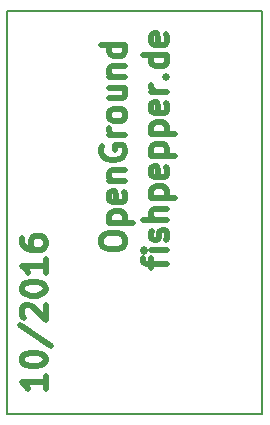
<source format=gto>
G04 (created by PCBNEW (2013-jul-07)-stable) date Mon 10 Oct 2016 08:48:14 PM CEST*
%MOIN*%
G04 Gerber Fmt 3.4, Leading zero omitted, Abs format*
%FSLAX34Y34*%
G01*
G70*
G90*
G04 APERTURE LIST*
%ADD10C,0.00590551*%
%ADD11C,0.02*%
G04 APERTURE END LIST*
G54D10*
G54D11*
X37023Y-29545D02*
X37023Y-30002D01*
X37023Y-29773D02*
X36223Y-29773D01*
X36338Y-29850D01*
X36414Y-29926D01*
X36452Y-30002D01*
X36223Y-29050D02*
X36223Y-28973D01*
X36261Y-28897D01*
X36300Y-28859D01*
X36376Y-28821D01*
X36528Y-28783D01*
X36719Y-28783D01*
X36871Y-28821D01*
X36947Y-28859D01*
X36985Y-28897D01*
X37023Y-28973D01*
X37023Y-29050D01*
X36985Y-29126D01*
X36947Y-29164D01*
X36871Y-29202D01*
X36719Y-29240D01*
X36528Y-29240D01*
X36376Y-29202D01*
X36300Y-29164D01*
X36261Y-29126D01*
X36223Y-29050D01*
X36185Y-27869D02*
X37214Y-28554D01*
X36300Y-27640D02*
X36261Y-27602D01*
X36223Y-27526D01*
X36223Y-27335D01*
X36261Y-27259D01*
X36300Y-27221D01*
X36376Y-27183D01*
X36452Y-27183D01*
X36566Y-27221D01*
X37023Y-27678D01*
X37023Y-27183D01*
X36223Y-26688D02*
X36223Y-26611D01*
X36261Y-26535D01*
X36300Y-26497D01*
X36376Y-26459D01*
X36528Y-26421D01*
X36719Y-26421D01*
X36871Y-26459D01*
X36947Y-26497D01*
X36985Y-26535D01*
X37023Y-26611D01*
X37023Y-26688D01*
X36985Y-26764D01*
X36947Y-26802D01*
X36871Y-26840D01*
X36719Y-26878D01*
X36528Y-26878D01*
X36376Y-26840D01*
X36300Y-26802D01*
X36261Y-26764D01*
X36223Y-26688D01*
X37023Y-25659D02*
X37023Y-26116D01*
X37023Y-25888D02*
X36223Y-25888D01*
X36338Y-25964D01*
X36414Y-26040D01*
X36452Y-26116D01*
X36223Y-24973D02*
X36223Y-25126D01*
X36261Y-25202D01*
X36300Y-25240D01*
X36414Y-25316D01*
X36566Y-25354D01*
X36871Y-25354D01*
X36947Y-25316D01*
X36985Y-25278D01*
X37023Y-25202D01*
X37023Y-25050D01*
X36985Y-24973D01*
X36947Y-24935D01*
X36871Y-24897D01*
X36680Y-24897D01*
X36604Y-24935D01*
X36566Y-24973D01*
X36528Y-25050D01*
X36528Y-25202D01*
X36566Y-25278D01*
X36604Y-25316D01*
X36680Y-25354D01*
X40540Y-25942D02*
X40540Y-25638D01*
X41073Y-25828D02*
X40388Y-25828D01*
X40311Y-25790D01*
X40273Y-25714D01*
X40273Y-25638D01*
X41073Y-25371D02*
X40540Y-25371D01*
X40273Y-25371D02*
X40311Y-25409D01*
X40350Y-25371D01*
X40311Y-25333D01*
X40273Y-25371D01*
X40350Y-25371D01*
X41035Y-25028D02*
X41073Y-24952D01*
X41073Y-24799D01*
X41035Y-24723D01*
X40959Y-24685D01*
X40921Y-24685D01*
X40845Y-24723D01*
X40807Y-24799D01*
X40807Y-24914D01*
X40769Y-24990D01*
X40692Y-25028D01*
X40654Y-25028D01*
X40578Y-24990D01*
X40540Y-24914D01*
X40540Y-24799D01*
X40578Y-24723D01*
X41073Y-24342D02*
X40273Y-24342D01*
X41073Y-23999D02*
X40654Y-23999D01*
X40578Y-24038D01*
X40540Y-24114D01*
X40540Y-24228D01*
X40578Y-24304D01*
X40616Y-24342D01*
X40540Y-23619D02*
X41340Y-23619D01*
X40578Y-23619D02*
X40540Y-23542D01*
X40540Y-23390D01*
X40578Y-23314D01*
X40616Y-23276D01*
X40692Y-23238D01*
X40921Y-23238D01*
X40997Y-23276D01*
X41035Y-23314D01*
X41073Y-23390D01*
X41073Y-23542D01*
X41035Y-23619D01*
X41035Y-22590D02*
X41073Y-22666D01*
X41073Y-22819D01*
X41035Y-22895D01*
X40959Y-22933D01*
X40654Y-22933D01*
X40578Y-22895D01*
X40540Y-22819D01*
X40540Y-22666D01*
X40578Y-22590D01*
X40654Y-22552D01*
X40730Y-22552D01*
X40807Y-22933D01*
X40540Y-22209D02*
X41340Y-22209D01*
X40578Y-22209D02*
X40540Y-22133D01*
X40540Y-21980D01*
X40578Y-21904D01*
X40616Y-21866D01*
X40692Y-21828D01*
X40921Y-21828D01*
X40997Y-21866D01*
X41035Y-21904D01*
X41073Y-21980D01*
X41073Y-22133D01*
X41035Y-22209D01*
X40540Y-21485D02*
X41340Y-21485D01*
X40578Y-21485D02*
X40540Y-21409D01*
X40540Y-21257D01*
X40578Y-21180D01*
X40616Y-21142D01*
X40692Y-21104D01*
X40921Y-21104D01*
X40997Y-21142D01*
X41035Y-21180D01*
X41073Y-21257D01*
X41073Y-21409D01*
X41035Y-21485D01*
X41035Y-20457D02*
X41073Y-20533D01*
X41073Y-20685D01*
X41035Y-20761D01*
X40959Y-20800D01*
X40654Y-20800D01*
X40578Y-20761D01*
X40540Y-20685D01*
X40540Y-20533D01*
X40578Y-20457D01*
X40654Y-20419D01*
X40730Y-20419D01*
X40807Y-20800D01*
X41073Y-20076D02*
X40540Y-20076D01*
X40692Y-20076D02*
X40616Y-20038D01*
X40578Y-20000D01*
X40540Y-19923D01*
X40540Y-19847D01*
X40997Y-19580D02*
X41035Y-19542D01*
X41073Y-19580D01*
X41035Y-19619D01*
X40997Y-19580D01*
X41073Y-19580D01*
X41073Y-18857D02*
X40273Y-18857D01*
X41035Y-18857D02*
X41073Y-18933D01*
X41073Y-19085D01*
X41035Y-19161D01*
X40997Y-19200D01*
X40921Y-19238D01*
X40692Y-19238D01*
X40616Y-19200D01*
X40578Y-19161D01*
X40540Y-19085D01*
X40540Y-18933D01*
X40578Y-18857D01*
X41035Y-18171D02*
X41073Y-18247D01*
X41073Y-18400D01*
X41035Y-18476D01*
X40959Y-18514D01*
X40654Y-18514D01*
X40578Y-18476D01*
X40540Y-18400D01*
X40540Y-18247D01*
X40578Y-18171D01*
X40654Y-18133D01*
X40730Y-18133D01*
X40807Y-18514D01*
X38873Y-25138D02*
X38873Y-24985D01*
X38911Y-24909D01*
X38988Y-24833D01*
X39140Y-24795D01*
X39407Y-24795D01*
X39559Y-24833D01*
X39635Y-24909D01*
X39673Y-24985D01*
X39673Y-25138D01*
X39635Y-25214D01*
X39559Y-25290D01*
X39407Y-25328D01*
X39140Y-25328D01*
X38988Y-25290D01*
X38911Y-25214D01*
X38873Y-25138D01*
X39140Y-24452D02*
X39940Y-24452D01*
X39178Y-24452D02*
X39140Y-24376D01*
X39140Y-24223D01*
X39178Y-24147D01*
X39216Y-24109D01*
X39292Y-24071D01*
X39521Y-24071D01*
X39597Y-24109D01*
X39635Y-24147D01*
X39673Y-24223D01*
X39673Y-24376D01*
X39635Y-24452D01*
X39635Y-23423D02*
X39673Y-23499D01*
X39673Y-23652D01*
X39635Y-23728D01*
X39559Y-23766D01*
X39254Y-23766D01*
X39178Y-23728D01*
X39140Y-23652D01*
X39140Y-23499D01*
X39178Y-23423D01*
X39254Y-23385D01*
X39330Y-23385D01*
X39407Y-23766D01*
X39140Y-23042D02*
X39673Y-23042D01*
X39216Y-23042D02*
X39178Y-23004D01*
X39140Y-22928D01*
X39140Y-22814D01*
X39178Y-22738D01*
X39254Y-22699D01*
X39673Y-22699D01*
X38911Y-21900D02*
X38873Y-21976D01*
X38873Y-22090D01*
X38911Y-22204D01*
X38988Y-22280D01*
X39064Y-22319D01*
X39216Y-22357D01*
X39330Y-22357D01*
X39483Y-22319D01*
X39559Y-22280D01*
X39635Y-22204D01*
X39673Y-22090D01*
X39673Y-22014D01*
X39635Y-21900D01*
X39597Y-21861D01*
X39330Y-21861D01*
X39330Y-22014D01*
X39673Y-21519D02*
X39140Y-21519D01*
X39292Y-21519D02*
X39216Y-21480D01*
X39178Y-21442D01*
X39140Y-21366D01*
X39140Y-21290D01*
X39673Y-20909D02*
X39635Y-20985D01*
X39597Y-21023D01*
X39521Y-21061D01*
X39292Y-21061D01*
X39216Y-21023D01*
X39178Y-20985D01*
X39140Y-20909D01*
X39140Y-20795D01*
X39178Y-20719D01*
X39216Y-20680D01*
X39292Y-20642D01*
X39521Y-20642D01*
X39597Y-20680D01*
X39635Y-20719D01*
X39673Y-20795D01*
X39673Y-20909D01*
X39140Y-19957D02*
X39673Y-19957D01*
X39140Y-20299D02*
X39559Y-20299D01*
X39635Y-20261D01*
X39673Y-20185D01*
X39673Y-20071D01*
X39635Y-19995D01*
X39597Y-19957D01*
X39140Y-19576D02*
X39673Y-19576D01*
X39216Y-19576D02*
X39178Y-19538D01*
X39140Y-19461D01*
X39140Y-19347D01*
X39178Y-19271D01*
X39254Y-19233D01*
X39673Y-19233D01*
X39673Y-18509D02*
X38873Y-18509D01*
X39635Y-18509D02*
X39673Y-18585D01*
X39673Y-18738D01*
X39635Y-18814D01*
X39597Y-18852D01*
X39521Y-18890D01*
X39292Y-18890D01*
X39216Y-18852D01*
X39178Y-18814D01*
X39140Y-18738D01*
X39140Y-18585D01*
X39178Y-18509D01*
G54D10*
X44250Y-17400D02*
X35746Y-17400D01*
X35746Y-17400D02*
X35746Y-30825D01*
X44250Y-30825D02*
X35746Y-30825D01*
X44250Y-17400D02*
X44250Y-30825D01*
M02*

</source>
